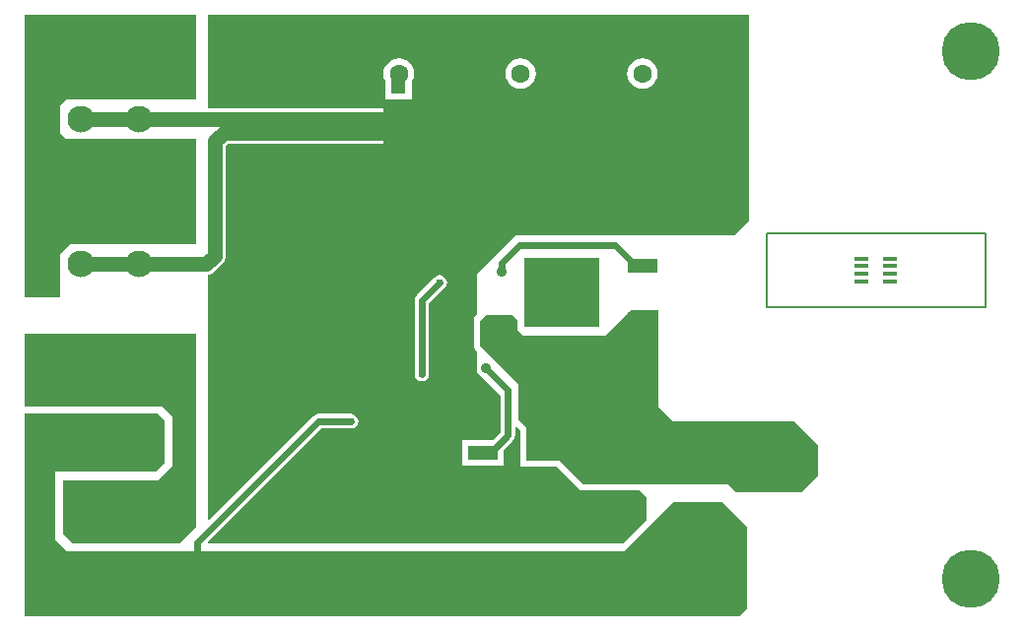
<source format=gbl>
G04*
G04 #@! TF.GenerationSoftware,Altium Limited,Altium Designer,20.2.8 (258)*
G04*
G04 Layer_Physical_Order=2*
G04 Layer_Color=16711680*
%FSLAX25Y25*%
%MOIN*%
G70*
G04*
G04 #@! TF.SameCoordinates,527F6DBC-4CBC-4D53-8A28-EBD6D6C4F68D*
G04*
G04*
G04 #@! TF.FilePolarity,Positive*
G04*
G01*
G75*
%ADD12C,0.00600*%
%ADD21O,0.04811X0.01433*%
%ADD30R,0.09843X0.04724*%
%ADD31R,0.25591X0.23622*%
%ADD35C,0.02400*%
%ADD37C,0.05000*%
%ADD65C,0.13780*%
%ADD66C,0.06299*%
%ADD67C,0.19685*%
%ADD68C,0.19685*%
%ADD69C,0.09055*%
%ADD70C,0.03600*%
%ADD71C,0.05000*%
%ADD72C,0.02400*%
%ADD73R,0.05000X0.05000*%
%ADD74R,0.09500X0.13500*%
G36*
X60000Y177500D02*
X16000D01*
X14000Y175500D01*
Y166000D01*
X16000Y164000D01*
X60000D01*
Y128500D01*
X17500D01*
X14000Y125000D01*
Y110500D01*
X2000D01*
Y206000D01*
X60000D01*
Y177500D01*
D02*
G37*
G36*
X216500Y73500D02*
X221500Y68500D01*
X262500Y68500D01*
X270500Y60500D01*
Y50000D01*
X265000Y44500D01*
X252000D01*
X242500Y44500D01*
X240000Y47000D01*
X191000Y47000D01*
X169000Y69000D01*
X169000Y81053D01*
X156000Y94054D01*
X156000Y99150D01*
X156000Y102500D01*
X158000Y104500D01*
X161500Y104500D01*
X166998D01*
X168598Y102900D01*
X168598Y99402D01*
X170500Y97500D01*
X198500D01*
X207000Y106000D01*
X216500D01*
X216500Y73500D01*
D02*
G37*
G36*
X60000Y32500D02*
X54500Y27000D01*
X18500Y27000D01*
X15000Y30500D01*
Y48500D01*
X47000Y48500D01*
X52000Y53500D01*
Y70000D01*
X48500Y73500D01*
X2000D01*
Y98000D01*
X60000D01*
Y32500D01*
D02*
G37*
G36*
X247000Y206000D02*
Y136500D01*
X242000Y131500D01*
X168000D01*
X155000Y118500D01*
X155000Y104384D01*
X154558Y103942D01*
X154558Y103942D01*
X154116Y103280D01*
X153961Y102500D01*
X153961Y99150D01*
X153961Y94054D01*
X154116Y93273D01*
X154558Y92612D01*
X154558Y92612D01*
X155000Y92170D01*
Y86697D01*
X154974Y86500D01*
X155000Y86303D01*
Y85000D01*
X163053Y76947D01*
Y64636D01*
X160530Y62112D01*
X150148D01*
Y53388D01*
X163990D01*
Y58652D01*
X167230Y61892D01*
X167761Y62686D01*
X167947Y63622D01*
Y66516D01*
X168409Y66707D01*
X169636Y65480D01*
Y52939D01*
X182177D01*
X189558Y45558D01*
X190220Y45116D01*
X191000Y44961D01*
X210039D01*
X212500Y42461D01*
Y35000D01*
X204500Y27000D01*
X64000D01*
Y27539D01*
X102514Y66053D01*
X112500D01*
X113436Y66239D01*
X114230Y66770D01*
X114761Y67564D01*
X114947Y68500D01*
X114761Y69436D01*
X114230Y70230D01*
X113436Y70761D01*
X112500Y70947D01*
X101500D01*
X100564Y70761D01*
X99770Y70230D01*
X64462Y34923D01*
X64000Y35114D01*
X64000Y117939D01*
X64537Y118010D01*
X65437Y118383D01*
X66210Y118976D01*
X69139Y121905D01*
X69732Y122678D01*
X70105Y123578D01*
X70232Y124544D01*
Y161725D01*
X70975Y162468D01*
X128600D01*
X129566Y162595D01*
X130466Y162968D01*
X131239Y163561D01*
X131832Y164334D01*
X132205Y165234D01*
X132332Y166200D01*
X132205Y167166D01*
X131832Y168066D01*
X131239Y168839D01*
X130466Y169432D01*
X130173Y169553D01*
X126423Y173303D01*
X125650Y173896D01*
X124750Y174269D01*
X123784Y174396D01*
X64000D01*
Y206000D01*
X247000Y206000D01*
D02*
G37*
G36*
X49500Y68500D02*
Y54500D01*
X46500Y51500D01*
X12500D01*
X12500Y28500D01*
X16500Y24500D01*
X205000Y24500D01*
X216500Y36000D01*
X221500Y41000D01*
X238000Y41000D01*
X246500Y32500D01*
X246500Y5000D01*
X244000Y2500D01*
X2000Y2500D01*
Y71000D01*
X47000D01*
X49500Y68500D01*
D02*
G37*
%LPC*%
G36*
X211000Y191394D02*
X209656Y191217D01*
X208403Y190698D01*
X207327Y189873D01*
X206502Y188797D01*
X205983Y187544D01*
X205806Y186200D01*
X205983Y184856D01*
X206502Y183603D01*
X207327Y182527D01*
X208403Y181702D01*
X209656Y181183D01*
X211000Y181006D01*
X212344Y181183D01*
X213597Y181702D01*
X214673Y182527D01*
X215498Y183603D01*
X216017Y184856D01*
X216194Y186200D01*
X216017Y187544D01*
X215498Y188797D01*
X214673Y189873D01*
X213597Y190698D01*
X212344Y191217D01*
X211000Y191394D01*
D02*
G37*
G36*
X169800D02*
X168456Y191217D01*
X167203Y190698D01*
X166127Y189873D01*
X165302Y188797D01*
X164783Y187544D01*
X164606Y186200D01*
X164783Y184856D01*
X165302Y183603D01*
X166127Y182527D01*
X167203Y181702D01*
X168456Y181183D01*
X169800Y181006D01*
X171144Y181183D01*
X172397Y181702D01*
X173473Y182527D01*
X174298Y183603D01*
X174817Y184856D01*
X174994Y186200D01*
X174817Y187544D01*
X174298Y188797D01*
X173473Y189873D01*
X172397Y190698D01*
X171144Y191217D01*
X169800Y191394D01*
D02*
G37*
G36*
X128600D02*
X127256Y191217D01*
X126003Y190698D01*
X124927Y189873D01*
X124102Y188797D01*
X123583Y187544D01*
X123406Y186200D01*
X123583Y184856D01*
X124000Y183849D01*
Y177400D01*
X133000D01*
Y183475D01*
X133098Y183603D01*
X133617Y184856D01*
X133794Y186200D01*
X133617Y187544D01*
X133098Y188797D01*
X132273Y189873D01*
X131197Y190698D01*
X129944Y191217D01*
X128600Y191394D01*
D02*
G37*
G36*
X142500Y117946D02*
X141564Y117760D01*
X140770Y117230D01*
X140570Y116930D01*
X134670Y111030D01*
X134139Y110236D01*
X133953Y109300D01*
Y84400D01*
X134139Y83464D01*
X134670Y82670D01*
X135464Y82139D01*
X136400Y81953D01*
X137336Y82139D01*
X138130Y82670D01*
X138661Y83464D01*
X138847Y84400D01*
Y108286D01*
X144230Y113670D01*
X144761Y114464D01*
X144947Y115400D01*
Y115499D01*
X144761Y116436D01*
X144230Y117230D01*
X143436Y117760D01*
X142500Y117946D01*
D02*
G37*
%LPD*%
D12*
X253200Y107200D02*
X327000D01*
X253200D02*
Y132000D01*
X327000Y107200D02*
Y132000D01*
X253200D02*
X327000D01*
D21*
X294768Y123539D02*
D03*
X294769Y120980D02*
D03*
X294769Y118421D02*
D03*
X294768Y115861D02*
D03*
X285232Y123539D02*
D03*
X285232Y120980D02*
D03*
Y118421D02*
D03*
X285232Y115861D02*
D03*
D30*
X157069Y75750D02*
D03*
X157069Y57750D02*
D03*
X211181Y103000D02*
D03*
X211181Y121000D02*
D03*
D31*
X184431Y66750D02*
D03*
X183819Y112000D02*
D03*
D35*
X128550Y186150D02*
X128600Y186200D01*
X128550Y181950D02*
Y186150D01*
X128500Y181900D02*
X128550Y181950D01*
X158000Y86500D02*
X165500Y79000D01*
Y63622D02*
Y79000D01*
X159628Y57750D02*
X165500Y63622D01*
X157069Y57750D02*
X159628D01*
X169500Y128000D02*
X201622D01*
X163500Y122000D02*
X169500Y128000D01*
X201622D02*
X208622Y121000D01*
X163500Y119000D02*
Y122000D01*
X208622Y121000D02*
X211181D01*
X142500Y115400D02*
Y115499D01*
X136400Y109300D02*
X142500Y115400D01*
X136400Y84400D02*
Y109300D01*
X60500Y27500D02*
X101500Y68500D01*
X112500D01*
X60500Y18500D02*
Y27500D01*
D37*
X63571Y121615D02*
X66500Y124544D01*
X69429Y166200D02*
X128600D01*
X66500Y163271D02*
X69429Y166200D01*
X40700Y121615D02*
X63571D01*
X66500Y124544D02*
Y163271D01*
X40700Y170664D02*
X123784D01*
X21015Y121615D02*
X40700D01*
X123784Y170664D02*
X128248Y166200D01*
X21015Y170664D02*
X40700D01*
D65*
X129947Y149453D02*
D03*
D66*
X198600Y13720D02*
D03*
Y33405D02*
D03*
X116300Y13720D02*
D03*
Y33405D02*
D03*
X157450Y13720D02*
D03*
Y33405D02*
D03*
X128600Y186200D02*
D03*
Y166200D02*
D03*
X169800Y186200D02*
D03*
Y166200D02*
D03*
X211000Y186200D02*
D03*
X211000Y166200D02*
D03*
D67*
X233326Y30126D02*
D03*
X258381Y55181D02*
D03*
D68*
X322000Y15000D02*
D03*
Y193900D02*
D03*
D69*
X21015Y13457D02*
D03*
Y33142D02*
D03*
X40700D02*
D03*
Y13457D02*
D03*
Y170664D02*
D03*
Y190349D02*
D03*
X21015D02*
D03*
Y170664D02*
D03*
X40700Y121615D02*
D03*
Y141300D02*
D03*
X21015D02*
D03*
Y121615D02*
D03*
X40700Y62557D02*
D03*
Y82242D02*
D03*
X21015D02*
D03*
Y62557D02*
D03*
D70*
X145000Y33500D02*
D03*
X169000D02*
D03*
X185595Y33405D02*
D03*
X79000Y38000D02*
D03*
X191000Y33500D02*
D03*
X164000D02*
D03*
X150500D02*
D03*
X109000D02*
D03*
X129000D02*
D03*
X123500Y33405D02*
D03*
X158000Y86500D02*
D03*
X148000Y66000D02*
D03*
X143000D02*
D03*
X148000Y71000D02*
D03*
X143000D02*
D03*
X147000Y75000D02*
D03*
X152000D02*
D03*
X157500D02*
D03*
X207000Y90000D02*
D03*
X212000D02*
D03*
Y85500D02*
D03*
Y81000D02*
D03*
Y76500D02*
D03*
X194000Y102500D02*
D03*
X189500D02*
D03*
X194000Y107000D02*
D03*
X189500D02*
D03*
X194000Y112000D02*
D03*
X189500D02*
D03*
X194000Y116500D02*
D03*
X189500D02*
D03*
X184500Y107000D02*
D03*
Y116500D02*
D03*
Y112000D02*
D03*
Y102500D02*
D03*
X189500Y121000D02*
D03*
X194000D02*
D03*
X184500D02*
D03*
X163500Y119000D02*
D03*
X180500Y70000D02*
D03*
X194000Y88000D02*
D03*
Y82000D02*
D03*
X174000Y76000D02*
D03*
Y70000D02*
D03*
X187500D02*
D03*
X180500Y88000D02*
D03*
Y76000D02*
D03*
X174000Y88000D02*
D03*
X187500Y76000D02*
D03*
X180500Y82000D02*
D03*
X194000Y70000D02*
D03*
X187500Y88000D02*
D03*
X194000Y76000D02*
D03*
X174000Y82000D02*
D03*
X187500D02*
D03*
X159100Y102100D02*
D03*
Y97200D02*
D03*
X165000Y97500D02*
D03*
X177500Y94000D02*
D03*
X173000D02*
D03*
X168500D02*
D03*
D71*
X235000Y16000D02*
D03*
Y10000D02*
D03*
X56000Y34500D02*
D03*
Y41500D02*
D03*
X16000Y77000D02*
D03*
X46500D02*
D03*
X30500D02*
D03*
X16000Y88500D02*
D03*
X36000D02*
D03*
X56000D02*
D03*
Y77000D02*
D03*
Y48500D02*
D03*
Y55500D02*
D03*
Y69500D02*
D03*
Y62500D02*
D03*
X7000Y76500D02*
D03*
Y95000D02*
D03*
Y88833D02*
D03*
Y82667D02*
D03*
X170500Y144500D02*
D03*
X176400D02*
D03*
Y150300D02*
D03*
X170700D02*
D03*
X7000Y61350D02*
D03*
Y6000D02*
D03*
Y67500D02*
D03*
Y55200D02*
D03*
Y49050D02*
D03*
Y12150D02*
D03*
Y18300D02*
D03*
Y24450D02*
D03*
Y30600D02*
D03*
Y36750D02*
D03*
Y42900D02*
D03*
X31000Y67500D02*
D03*
Y61000D02*
D03*
Y55000D02*
D03*
X80500Y19500D02*
D03*
X79500Y6000D02*
D03*
X73000D02*
D03*
X67000D02*
D03*
X227000Y18500D02*
D03*
Y12000D02*
D03*
Y6000D02*
D03*
X219500Y18500D02*
D03*
Y12000D02*
D03*
Y6000D02*
D03*
X220339Y33839D02*
D03*
X215743Y29243D02*
D03*
X211500Y25000D02*
D03*
Y18500D02*
D03*
Y12000D02*
D03*
Y6000D02*
D03*
X144500Y18500D02*
D03*
Y12000D02*
D03*
Y6000D02*
D03*
X137000Y18500D02*
D03*
Y12000D02*
D03*
Y6000D02*
D03*
X129500Y18500D02*
D03*
Y12000D02*
D03*
Y6000D02*
D03*
X185500Y18500D02*
D03*
Y12000D02*
D03*
Y6000D02*
D03*
X178000Y18500D02*
D03*
Y12000D02*
D03*
Y6000D02*
D03*
X170000Y18500D02*
D03*
Y12000D02*
D03*
Y6000D02*
D03*
X104500Y18500D02*
D03*
Y12000D02*
D03*
Y6000D02*
D03*
X98500Y18500D02*
D03*
Y12000D02*
D03*
Y6000D02*
D03*
X30500Y18500D02*
D03*
Y12000D02*
D03*
Y6000D02*
D03*
X48500Y18500D02*
D03*
Y12000D02*
D03*
Y6000D02*
D03*
X54500Y18500D02*
D03*
Y12000D02*
D03*
Y6000D02*
D03*
X60500D02*
D03*
Y12000D02*
D03*
Y18500D02*
D03*
D72*
X142500Y115499D02*
D03*
X136400Y84400D02*
D03*
X112500Y68500D02*
D03*
D73*
X116300Y30200D02*
D03*
Y21200D02*
D03*
X128500Y172900D02*
D03*
Y181900D02*
D03*
D74*
X128250Y168750D02*
D03*
M02*

</source>
